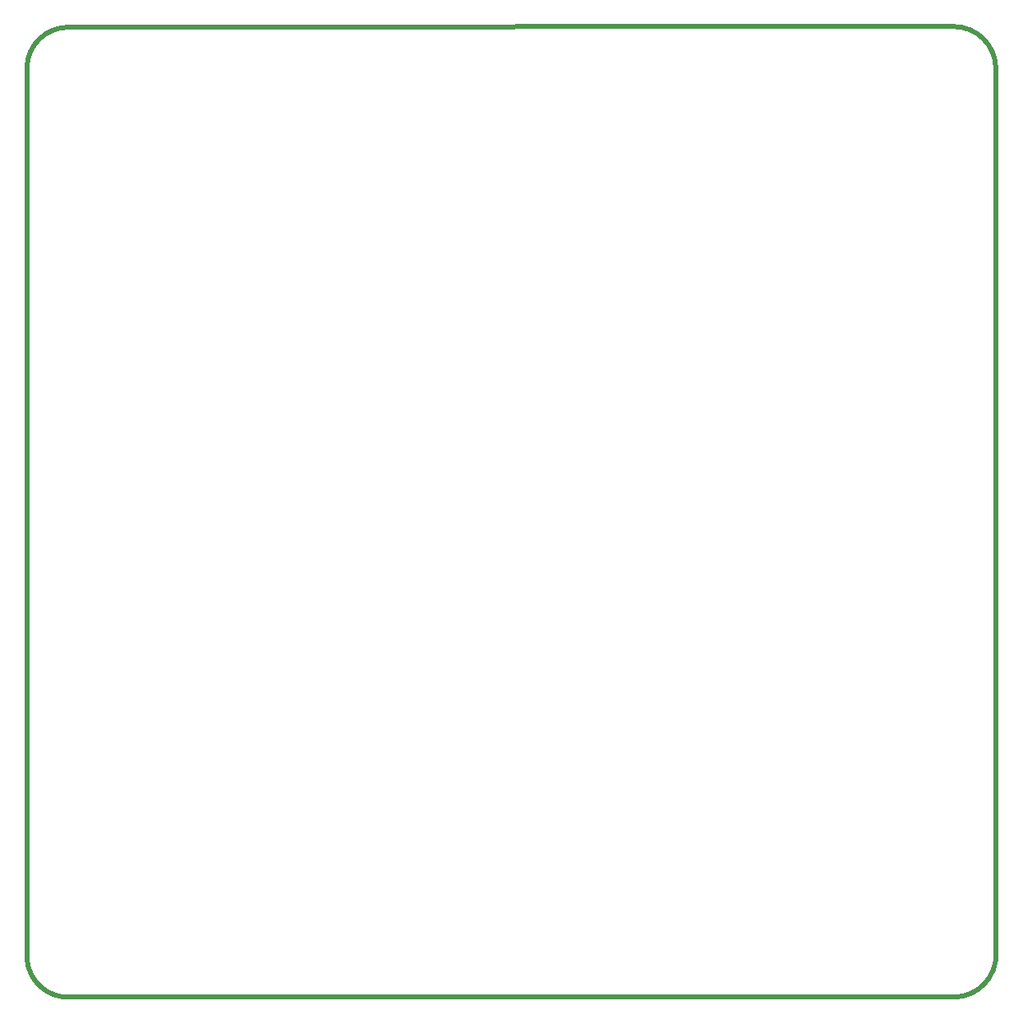
<source format=gm1>
G04*
G04 #@! TF.GenerationSoftware,Altium Limited,Altium Designer,22.5.1 (42)*
G04*
G04 Layer_Color=16711935*
%FSLAX44Y44*%
%MOMM*%
G71*
G04*
G04 #@! TF.SameCoordinates,2ABD4F99-51B0-466E-819A-8B20F5DB8373*
G04*
G04*
G04 #@! TF.FilePolarity,Positive*
G04*
G01*
G75*
%ADD122C,0.5080*%
D122*
X1028507Y762D02*
G03*
X1071179Y45720I-1143J43815D01*
G01*
X1070925Y957072D02*
G03*
X1027491Y1000760I-43561J127D01*
G01*
X116393Y999998D02*
G03*
X72451Y958342I-1143J-42799D01*
G01*
Y40640D02*
G03*
X117917Y762I42672J2794D01*
G01*
X1028507Y762D02*
X117917D01*
X1071179Y45720D02*
X1070925Y957072D01*
X72451Y40640D02*
Y958342D01*
X1027491Y1000760D02*
X116393Y999998D01*
M02*

</source>
